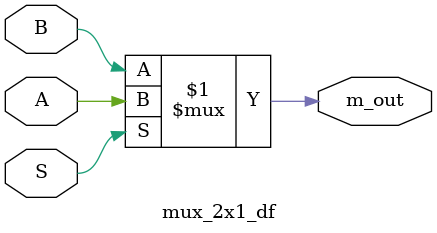
<source format=v>
`timescale 1ns/100ps

module mux_2x1_df(
    output m_out,
    input A, B, S
);
    assign m_out = (S)? A : B;
endmodule
</source>
